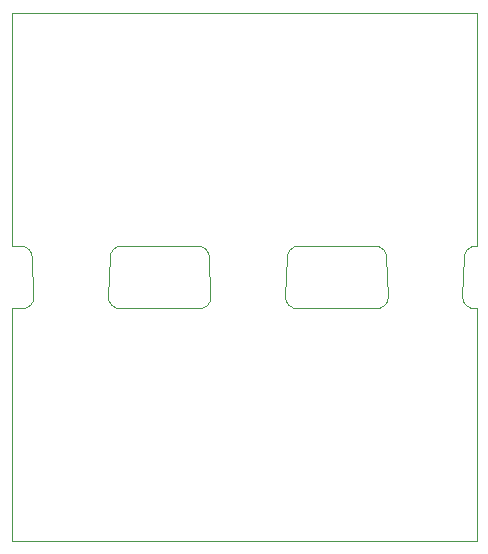
<source format=gko>
%MOIN*%
%OFA0B0*%
%FSLAX44Y44*%
%IPPOS*%
%LPD*%
%ADD10C,0*%
D10*
X00012085Y00010844D02*
X00012085Y00010844D01*
X00009568Y00010844D01*
X00009568Y00010844D01*
X00009538Y00010843D01*
X00009508Y00010839D01*
X00009478Y00010834D01*
X00009449Y00010826D01*
X00009421Y00010816D01*
X00009394Y00010803D01*
X00009367Y00010789D01*
X00009342Y00010773D01*
X00009318Y00010755D01*
X00009296Y00010735D01*
X00009275Y00010713D01*
X00009255Y00010690D01*
X00009238Y00010665D01*
X00009223Y00010639D01*
X00009209Y00010612D01*
X00009198Y00010585D01*
X00009189Y00010556D01*
X00009182Y00010527D01*
X00009177Y00010497D01*
X00009175Y00010467D01*
X00009119Y00009162D01*
X00009119Y00009130D01*
X00009121Y00009099D01*
X00009126Y00009067D01*
X00009134Y00009036D01*
X00009144Y00009006D01*
X00009156Y00008977D01*
X00009171Y00008949D01*
X00009188Y00008922D01*
X00009207Y00008897D01*
X00009228Y00008873D01*
X00009251Y00008851D01*
X00009276Y00008831D01*
X00009302Y00008813D01*
X00009329Y00008797D01*
X00009358Y00008783D01*
X00009387Y00008772D01*
X00009418Y00008763D01*
X00009449Y00008757D01*
X00009481Y00008753D01*
X00009512Y00008751D01*
X00009512Y00008751D01*
X00012140Y00008751D01*
X00012172Y00008753D01*
X00012203Y00008757D01*
X00012235Y00008763D01*
X00012265Y00008772D01*
X00012295Y00008783D01*
X00012323Y00008797D01*
X00012351Y00008813D01*
X00012377Y00008831D01*
X00012402Y00008851D01*
X00012424Y00008873D01*
X00012445Y00008897D01*
X00012465Y00008922D01*
X00012481Y00008949D01*
X00012496Y00008977D01*
X00012509Y00009006D01*
X00012519Y00009036D01*
X00012526Y00009067D01*
X00012531Y00009099D01*
X00012534Y00009130D01*
X00012534Y00009162D01*
X00012478Y00010467D01*
X00012476Y00010497D01*
X00012471Y00010527D01*
X00012464Y00010556D01*
X00012455Y00010585D01*
X00012443Y00010612D01*
X00012430Y00010639D01*
X00012414Y00010665D01*
X00012397Y00010690D01*
X00012378Y00010713D01*
X00012357Y00010735D01*
X00012335Y00010755D01*
X00012311Y00010773D01*
X00012285Y00010789D01*
X00012259Y00010803D01*
X00012231Y00010816D01*
X00012203Y00010826D01*
X00012174Y00010834D01*
X00012145Y00010839D01*
X00012115Y00010843D01*
X00012085Y00010844D01*
X00015418Y00008751D02*
X00015418Y00008751D01*
X00015500Y00008751D01*
X00015500Y00001001D01*
X00000000Y00001001D01*
X00000000Y00008751D01*
X00000329Y00008751D01*
X00000361Y00008753D01*
X00000392Y00008757D01*
X00000424Y00008763D01*
X00000454Y00008772D01*
X00000484Y00008783D01*
X00000512Y00008797D01*
X00000540Y00008813D01*
X00000566Y00008831D01*
X00000591Y00008851D01*
X00000613Y00008873D01*
X00000634Y00008897D01*
X00000654Y00008922D01*
X00000670Y00008949D01*
X00000685Y00008977D01*
X00000698Y00009006D01*
X00000708Y00009036D01*
X00000715Y00009067D01*
X00000720Y00009099D01*
X00000723Y00009130D01*
X00000723Y00009162D01*
X00000667Y00010467D01*
X00000664Y00010497D01*
X00000660Y00010527D01*
X00000653Y00010556D01*
X00000644Y00010585D01*
X00000632Y00010612D01*
X00000619Y00010639D01*
X00000603Y00010665D01*
X00000586Y00010690D01*
X00000567Y00010713D01*
X00000546Y00010735D01*
X00000523Y00010755D01*
X00000500Y00010773D01*
X00000474Y00010789D01*
X00000448Y00010803D01*
X00000420Y00010816D01*
X00000392Y00010826D01*
X00000363Y00010834D01*
X00000334Y00010839D01*
X00000304Y00010843D01*
X00000274Y00010844D01*
X00000000Y00010844D01*
X00000000Y00018594D01*
X00015500Y00018594D01*
X00015500Y00010844D01*
X00015473Y00010844D01*
X00015473Y00010844D01*
X00015443Y00010843D01*
X00015414Y00010839D01*
X00015384Y00010834D01*
X00015355Y00010826D01*
X00015327Y00010816D01*
X00015299Y00010803D01*
X00015273Y00010789D01*
X00015247Y00010773D01*
X00015224Y00010755D01*
X00015201Y00010735D01*
X00015180Y00010713D01*
X00015161Y00010690D01*
X00015144Y00010665D01*
X00015128Y00010639D01*
X00015115Y00010612D01*
X00015103Y00010585D01*
X00015094Y00010556D01*
X00015087Y00010527D01*
X00015083Y00010497D01*
X00015080Y00010467D01*
X00015024Y00009162D01*
X00015024Y00009130D01*
X00015027Y00009099D01*
X00015032Y00009067D01*
X00015039Y00009036D01*
X00015049Y00009006D01*
X00015062Y00008977D01*
X00015077Y00008949D01*
X00015094Y00008922D01*
X00015113Y00008897D01*
X00015134Y00008873D01*
X00015156Y00008851D01*
X00015181Y00008831D01*
X00015207Y00008813D01*
X00015235Y00008797D01*
X00015263Y00008783D01*
X00015293Y00008772D01*
X00015323Y00008763D01*
X00015355Y00008757D01*
X00015386Y00008753D01*
X00015418Y00008751D01*
X00006235Y00008751D02*
X00006235Y00008751D01*
X00003607Y00008751D01*
X00003575Y00008753D01*
X00003544Y00008757D01*
X00003512Y00008763D01*
X00003482Y00008772D01*
X00003452Y00008783D01*
X00003424Y00008797D01*
X00003396Y00008813D01*
X00003370Y00008831D01*
X00003345Y00008851D01*
X00003323Y00008873D01*
X00003302Y00008897D01*
X00003282Y00008922D01*
X00003266Y00008949D01*
X00003251Y00008977D01*
X00003238Y00009006D01*
X00003228Y00009036D01*
X00003221Y00009067D01*
X00003216Y00009099D01*
X00003213Y00009130D01*
X00003213Y00009162D01*
X00003269Y00010467D01*
X00003272Y00010497D01*
X00003276Y00010527D01*
X00003283Y00010556D01*
X00003292Y00010585D01*
X00003304Y00010612D01*
X00003317Y00010639D01*
X00003333Y00010665D01*
X00003350Y00010690D01*
X00003369Y00010713D01*
X00003390Y00010735D01*
X00003413Y00010755D01*
X00003436Y00010773D01*
X00003462Y00010789D01*
X00003488Y00010803D01*
X00003516Y00010816D01*
X00003544Y00010826D01*
X00003573Y00010834D01*
X00003602Y00010839D01*
X00003632Y00010843D01*
X00003662Y00010844D01*
X00006179Y00010844D01*
X00006209Y00010843D01*
X00006239Y00010839D01*
X00006269Y00010834D01*
X00006298Y00010826D01*
X00006326Y00010816D01*
X00006353Y00010803D01*
X00006380Y00010789D01*
X00006405Y00010773D01*
X00006429Y00010755D01*
X00006451Y00010735D01*
X00006472Y00010713D01*
X00006492Y00010690D01*
X00006509Y00010665D01*
X00006524Y00010639D01*
X00006538Y00010612D01*
X00006549Y00010585D01*
X00006558Y00010556D01*
X00006565Y00010527D01*
X00006570Y00010497D01*
X00006572Y00010467D01*
X00006628Y00009162D01*
X00006628Y00009130D01*
X00006626Y00009099D01*
X00006621Y00009067D01*
X00006613Y00009036D01*
X00006603Y00009006D01*
X00006591Y00008977D01*
X00006576Y00008949D01*
X00006559Y00008922D01*
X00006540Y00008897D01*
X00006519Y00008873D01*
X00006496Y00008851D01*
X00006472Y00008831D01*
X00006445Y00008813D01*
X00006418Y00008797D01*
X00006389Y00008783D01*
X00006360Y00008772D01*
X00006329Y00008763D01*
X00006298Y00008757D01*
X00006266Y00008753D01*
X00006235Y00008751D01*
M02*
</source>
